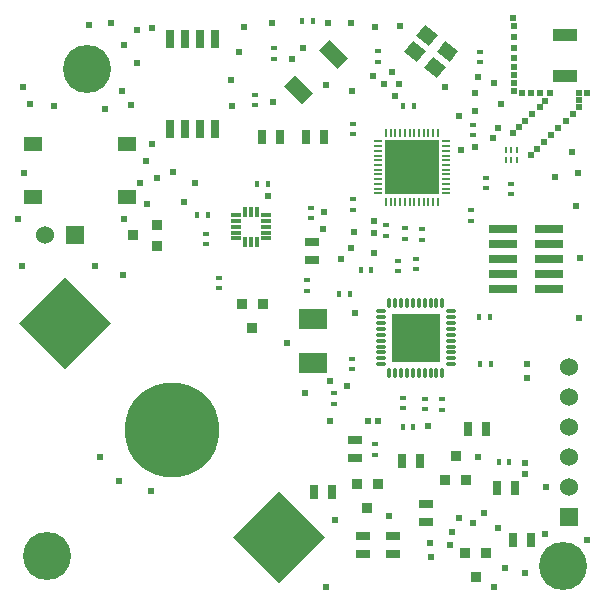
<source format=gts>
G04 (created by PCBNEW (2013-07-07 BZR 4022)-stable) date Mon 15 Dec 2014 10:20:57 PM EET*
%MOIN*%
G04 Gerber Fmt 3.4, Leading zero omitted, Abs format*
%FSLAX34Y34*%
G01*
G70*
G90*
G04 APERTURE LIST*
%ADD10C,0.006*%
%ADD11R,0.0610236X0.0511811*%
%ADD12R,0.036X0.036*%
%ADD13R,0.03X0.06*%
%ADD14R,0.025X0.045*%
%ADD15R,0.045X0.025*%
%ADD16R,0.0236X0.0157*%
%ADD17R,0.0157X0.0236*%
%ADD18O,0.0110236X0.0334646*%
%ADD19R,0.163386X0.163386*%
%ADD20O,0.0334646X0.0110236*%
%ADD21R,0.06X0.06*%
%ADD22C,0.06*%
%ADD23R,0.0944882X0.0299213*%
%ADD24R,0.0359449X0.0159449*%
%ADD25R,0.0159449X0.0359449*%
%ADD26R,0.00984252X0.0216535*%
%ADD27R,0.0787X0.0394*%
%ADD28R,0.0944882X0.0669291*%
%ADD29C,0.314961*%
%ADD30C,0.0244094*%
%ADD31R,0.0275591X0.00885827*%
%ADD32R,0.00885827X0.0275591*%
%ADD33R,0.181102X0.181102*%
%ADD34C,0.16*%
G04 APERTURE END LIST*
G54D10*
G54D11*
X84285Y-50385D03*
X81155Y-50385D03*
X84285Y-48614D03*
X81155Y-48614D03*
G54D12*
X85313Y-51323D03*
X85313Y-52023D03*
X84513Y-51673D03*
X88130Y-53954D03*
X88830Y-53954D03*
X88480Y-54754D03*
X95579Y-62261D03*
X96279Y-62261D03*
X95929Y-63061D03*
X95613Y-59829D03*
X94913Y-59829D03*
X95263Y-59029D03*
X91961Y-59958D03*
X92661Y-59958D03*
X92311Y-60758D03*
G54D13*
X87240Y-45134D03*
X86740Y-45134D03*
X86240Y-45134D03*
X85740Y-45134D03*
X87240Y-48134D03*
X86740Y-48134D03*
X86240Y-48134D03*
X85740Y-48134D03*
G54D14*
X90268Y-48393D03*
X90868Y-48393D03*
X93479Y-59204D03*
X94079Y-59204D03*
X96268Y-58141D03*
X95668Y-58141D03*
G54D15*
X94271Y-61209D03*
X94271Y-60609D03*
X92161Y-61696D03*
X92161Y-62296D03*
X90460Y-52504D03*
X90460Y-51904D03*
X91905Y-59083D03*
X91905Y-58483D03*
X93181Y-61688D03*
X93181Y-62288D03*
G54D14*
X88783Y-48393D03*
X89383Y-48393D03*
X96644Y-60106D03*
X97244Y-60106D03*
X91118Y-60240D03*
X90518Y-60240D03*
X97168Y-61822D03*
X97768Y-61822D03*
G54D16*
X94218Y-57115D03*
X94218Y-57469D03*
X93493Y-57441D03*
X93493Y-57087D03*
G54D17*
X93492Y-58053D03*
X93846Y-58053D03*
G54D16*
X93328Y-52511D03*
X93328Y-52865D03*
X94127Y-51473D03*
X94127Y-51827D03*
X93552Y-51428D03*
X93552Y-51782D03*
X93931Y-52446D03*
X93931Y-52800D03*
G54D17*
X88631Y-49953D03*
X88985Y-49953D03*
G54D16*
X86948Y-51616D03*
X86948Y-51970D03*
G54D17*
X86985Y-50983D03*
X86631Y-50983D03*
X96693Y-59236D03*
X97047Y-59236D03*
G54D16*
X92551Y-58976D03*
X92551Y-58622D03*
X91824Y-50465D03*
X91824Y-50819D03*
X97116Y-49952D03*
X97116Y-50306D03*
X90448Y-51098D03*
X90448Y-50744D03*
X95849Y-48334D03*
X95849Y-47980D03*
X87374Y-53440D03*
X87374Y-53086D03*
X96068Y-45905D03*
X96068Y-45551D03*
X92668Y-45895D03*
X92668Y-45541D03*
X95779Y-50830D03*
X95779Y-51184D03*
G54D17*
X93856Y-47352D03*
X93502Y-47352D03*
G54D16*
X89188Y-45426D03*
X89188Y-45780D03*
G54D17*
X90136Y-44523D03*
X90490Y-44523D03*
G54D16*
X96263Y-49752D03*
X96263Y-50106D03*
G54D17*
X91735Y-53638D03*
X91381Y-53638D03*
G54D16*
X91848Y-48305D03*
X91848Y-47951D03*
X88558Y-47340D03*
X88558Y-46986D03*
X91808Y-56135D03*
X91808Y-55781D03*
X94799Y-57129D03*
X94799Y-57483D03*
X90283Y-53515D03*
X90283Y-53161D03*
X91200Y-57295D03*
X91200Y-56941D03*
G54D17*
X96063Y-55968D03*
X96417Y-55968D03*
X96043Y-54394D03*
X96397Y-54394D03*
G54D16*
X92944Y-51683D03*
X92944Y-51329D03*
G54D17*
X92091Y-52828D03*
X92445Y-52828D03*
G54D18*
X93237Y-56253D03*
G54D19*
X93926Y-55082D03*
G54D18*
X93040Y-56253D03*
X93434Y-56253D03*
X93631Y-56253D03*
X93828Y-56253D03*
X94024Y-56253D03*
X94221Y-56253D03*
X94418Y-56253D03*
X94615Y-56253D03*
X94812Y-56253D03*
G54D20*
X95097Y-55968D03*
X95097Y-55771D03*
X95097Y-55574D03*
X95097Y-55377D03*
X95097Y-55180D03*
X95097Y-54984D03*
X95097Y-54787D03*
X95097Y-54590D03*
X95097Y-54393D03*
X95097Y-54196D03*
G54D18*
X94812Y-53911D03*
X94615Y-53911D03*
X94418Y-53911D03*
X94221Y-53911D03*
X94024Y-53911D03*
X93828Y-53911D03*
X93631Y-53911D03*
X93434Y-53911D03*
X93237Y-53911D03*
X93040Y-53911D03*
G54D20*
X92755Y-54196D03*
X92755Y-54393D03*
X92755Y-54590D03*
X92755Y-54787D03*
X92755Y-54984D03*
X92755Y-55180D03*
X92755Y-55377D03*
X92755Y-55574D03*
X92755Y-55771D03*
X92755Y-55968D03*
G54D21*
X82578Y-51673D03*
G54D22*
X81578Y-51673D03*
G54D21*
X99043Y-61062D03*
G54D22*
X99043Y-60062D03*
X99043Y-59062D03*
X99043Y-58062D03*
X99043Y-57062D03*
X99043Y-56062D03*
G54D23*
X98381Y-52448D03*
X98381Y-51948D03*
X98381Y-51448D03*
X98381Y-53448D03*
X98381Y-52948D03*
X96846Y-51448D03*
X96846Y-51948D03*
X96846Y-52448D03*
X96846Y-52948D03*
X96846Y-53448D03*
G54D24*
X87926Y-50984D03*
X87926Y-51181D03*
X87926Y-51378D03*
X87926Y-51575D03*
X87926Y-51772D03*
G54D25*
X88231Y-51880D03*
X88428Y-51880D03*
X88625Y-51880D03*
G54D24*
X88930Y-51772D03*
X88930Y-51575D03*
X88930Y-51378D03*
X88930Y-51181D03*
X88930Y-50984D03*
G54D25*
X88625Y-50876D03*
X88428Y-50876D03*
X88231Y-50876D03*
G54D26*
X97313Y-48821D03*
X97116Y-48821D03*
X96919Y-48821D03*
X96919Y-49155D03*
X97116Y-49155D03*
X97313Y-49155D03*
G54D27*
X98901Y-46342D03*
X98901Y-45004D03*
G54D28*
X90511Y-55929D03*
X90511Y-54472D03*
G54D10*
G36*
X89894Y-46313D02*
X90506Y-46926D01*
X90145Y-47288D01*
X89532Y-46675D01*
X89894Y-46313D01*
X89894Y-46313D01*
G37*
G36*
X91063Y-45144D02*
X91676Y-45757D01*
X91314Y-46118D01*
X90701Y-45506D01*
X91063Y-45144D01*
X91063Y-45144D01*
G37*
G36*
X95348Y-45529D02*
X95057Y-45902D01*
X94623Y-45562D01*
X94913Y-45190D01*
X95348Y-45529D01*
X95348Y-45529D01*
G37*
G36*
X94665Y-44996D02*
X94374Y-45368D01*
X93940Y-45029D01*
X94231Y-44657D01*
X94665Y-44996D01*
X94665Y-44996D01*
G37*
G36*
X94253Y-45524D02*
X93962Y-45896D01*
X93528Y-45556D01*
X93819Y-45184D01*
X94253Y-45524D01*
X94253Y-45524D01*
G37*
G36*
X94936Y-46057D02*
X94645Y-46429D01*
X94211Y-46090D01*
X94501Y-45717D01*
X94936Y-46057D01*
X94936Y-46057D01*
G37*
G54D29*
X85799Y-58169D03*
G54D10*
G36*
X89362Y-60201D02*
X90893Y-61732D01*
X89362Y-63263D01*
X87831Y-61732D01*
X89362Y-60201D01*
X89362Y-60201D01*
G37*
G36*
X82235Y-53074D02*
X83766Y-54605D01*
X82235Y-56137D01*
X80704Y-54605D01*
X82235Y-53074D01*
X82235Y-53074D01*
G37*
G54D30*
X97185Y-46870D03*
X97185Y-46594D03*
X97185Y-46318D03*
X97185Y-46043D03*
X97185Y-45748D03*
X97185Y-45413D03*
X97185Y-45059D03*
X97185Y-44685D03*
X97165Y-44429D03*
X97460Y-46909D03*
X97755Y-46909D03*
X98070Y-46909D03*
X98385Y-46909D03*
X99370Y-46909D03*
X99645Y-46909D03*
X98248Y-47185D03*
X98051Y-47381D03*
X97795Y-47637D03*
X97578Y-47854D03*
X97381Y-48051D03*
X97165Y-48267D03*
X97755Y-48996D03*
X97972Y-48799D03*
X98208Y-48562D03*
X98444Y-48326D03*
X98681Y-48090D03*
X98917Y-47854D03*
X99153Y-47618D03*
X99350Y-47381D03*
X99370Y-47145D03*
X92539Y-51200D03*
X92535Y-51606D03*
X92539Y-52259D03*
X91877Y-51559D03*
X91763Y-52106D03*
X91425Y-52448D03*
X90850Y-50885D03*
X90822Y-51448D03*
X96011Y-46389D03*
X95893Y-46929D03*
X95905Y-47523D03*
X96755Y-47283D03*
X96661Y-48090D03*
X95885Y-48712D03*
X95429Y-48838D03*
X96496Y-48413D03*
X95366Y-47692D03*
X96543Y-46598D03*
X94905Y-46724D03*
X93228Y-47039D03*
X93381Y-46629D03*
X92503Y-46342D03*
X93129Y-46220D03*
X92870Y-46610D03*
X91811Y-46850D03*
X90921Y-46669D03*
X90169Y-45429D03*
X89799Y-45799D03*
X91011Y-44578D03*
X91771Y-44590D03*
X92559Y-44740D03*
X93409Y-44688D03*
X89129Y-44590D03*
X88208Y-44740D03*
X88031Y-45551D03*
X85149Y-44759D03*
X84208Y-45330D03*
X84629Y-45929D03*
X80818Y-46740D03*
X83779Y-44598D03*
X83039Y-44669D03*
X83551Y-47444D03*
X84133Y-46846D03*
X84448Y-47326D03*
X81870Y-47354D03*
X81059Y-47291D03*
X84629Y-44818D03*
X89173Y-47220D03*
X87779Y-46484D03*
X87795Y-47370D03*
X84921Y-49192D03*
X85822Y-49543D03*
X84720Y-49917D03*
X85295Y-49763D03*
X85141Y-48641D03*
X86570Y-49940D03*
X86185Y-50543D03*
X84968Y-50641D03*
X80850Y-49590D03*
X80669Y-51133D03*
X80791Y-52696D03*
X83236Y-52708D03*
X84161Y-52996D03*
X84196Y-51118D03*
X85633Y-58948D03*
X86248Y-58822D03*
X86602Y-58259D03*
X86421Y-57681D03*
X85338Y-57492D03*
X85015Y-57830D03*
X85023Y-58295D03*
X85240Y-58724D03*
X85929Y-57385D03*
X85007Y-56980D03*
X84448Y-57657D03*
X84377Y-58433D03*
X84909Y-59299D03*
X85799Y-59570D03*
X86610Y-59358D03*
X87157Y-58677D03*
X87240Y-57992D03*
X87066Y-57464D03*
X86763Y-57086D03*
X86370Y-56834D03*
X85917Y-56724D03*
X85429Y-56767D03*
X84681Y-57251D03*
X91240Y-61169D03*
X93031Y-61019D03*
X94409Y-61940D03*
X94440Y-62385D03*
X95370Y-61078D03*
X96212Y-60933D03*
X96673Y-61425D03*
X95055Y-61996D03*
X90944Y-63389D03*
X96539Y-63389D03*
X96913Y-62759D03*
X97574Y-62909D03*
X99641Y-61838D03*
X98220Y-61618D03*
X97566Y-59248D03*
X97551Y-59625D03*
X95838Y-61251D03*
X95118Y-61551D03*
X95988Y-59051D03*
X98259Y-60051D03*
X84039Y-59850D03*
X85094Y-60181D03*
X83401Y-59055D03*
X97649Y-55948D03*
X97645Y-56421D03*
X99374Y-54433D03*
X99389Y-52409D03*
X98559Y-49736D03*
X99118Y-48893D03*
X99259Y-50681D03*
X99330Y-49594D03*
X91885Y-54255D03*
X89649Y-55251D03*
X90240Y-56921D03*
X92330Y-57858D03*
X94318Y-58015D03*
X91078Y-57846D03*
X92681Y-57870D03*
X91055Y-56531D03*
X91649Y-56704D03*
X89000Y-50350D03*
G54D31*
X92656Y-48537D03*
X92656Y-48694D03*
X92656Y-48852D03*
X92656Y-49009D03*
X92656Y-49167D03*
X92656Y-49324D03*
X92656Y-49482D03*
X92656Y-49639D03*
X92656Y-49797D03*
X92656Y-49954D03*
X92656Y-50112D03*
X92656Y-50269D03*
X94940Y-49009D03*
X94940Y-48852D03*
X94940Y-48694D03*
X94940Y-48537D03*
G54D32*
X93562Y-50545D03*
X93719Y-50545D03*
X93877Y-50545D03*
X94034Y-50545D03*
X94192Y-50545D03*
X94349Y-50545D03*
X94507Y-50545D03*
X94664Y-50545D03*
G54D33*
X93798Y-49403D03*
G54D32*
X92932Y-50545D03*
X93089Y-50545D03*
X93247Y-50545D03*
X93404Y-50545D03*
G54D31*
X94940Y-50269D03*
X94940Y-50112D03*
X94940Y-49954D03*
X94940Y-49797D03*
X94940Y-49639D03*
X94940Y-49482D03*
X94940Y-49324D03*
X94940Y-49167D03*
G54D32*
X94664Y-48261D03*
X94507Y-48261D03*
X94349Y-48261D03*
X94192Y-48261D03*
X94034Y-48261D03*
X93877Y-48261D03*
X93719Y-48261D03*
X93562Y-48261D03*
X93404Y-48261D03*
X93247Y-48261D03*
X93089Y-48261D03*
X92932Y-48261D03*
G54D34*
X82980Y-46110D03*
X98838Y-62700D03*
X81629Y-62370D03*
M02*

</source>
